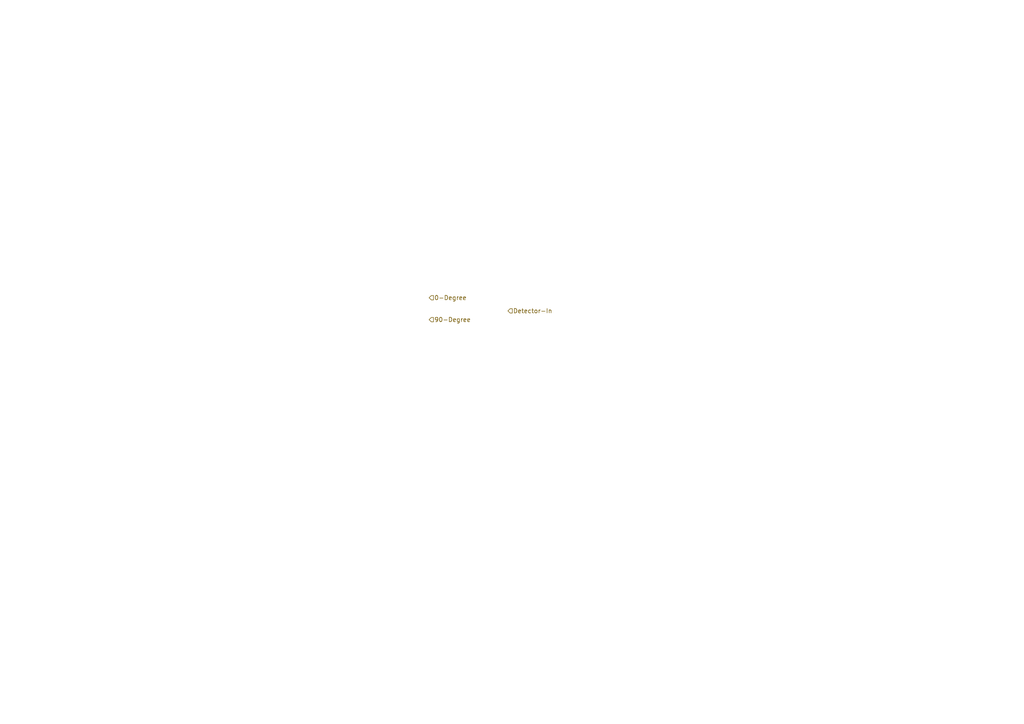
<source format=kicad_sch>
(kicad_sch (version 20211123) (generator eeschema)
  (paper "A4")
  (lib_symbols)
  (hierarchical_label "Detector-In" (shape input) (at 147.32 90.17 0))
  (hierarchical_label "0-Degree" (shape input) (at 124.46 86.36 0))
  (hierarchical_label "90-Degree" (shape input) (at 124.46 92.71 0))
)
</source>
